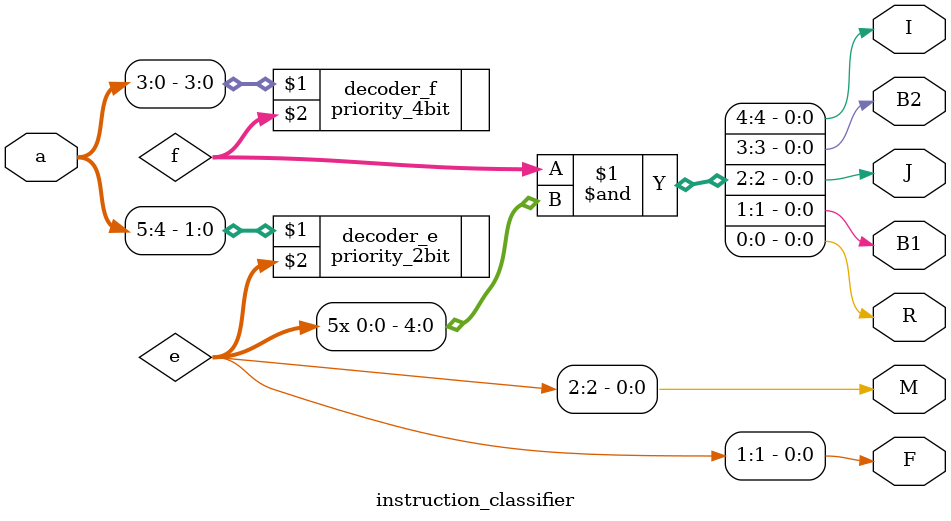
<source format=sv>
module instruction_classifier
	(
	input logic [5:0] a,
	output logic R,B1,J,B2,I,F,M
	);
	
	/*
	A MIPS instruction classifier using a fast tree structured design
	
	built using a 4 bit priority decoder and a 2 bit priority decoder
	*/
	
	logic [2:0] e;
	logic [4:0] f;
	
	priority_2bit decoder_e (a[5:4],e);
	priority_4bit decoder_f (a[3:0],f);
	
	assign {M,F} = e[2:1];
	
	assign {I,B2,J,B1,R} = f & {5{e[0]}};
	
endmodule

</source>
